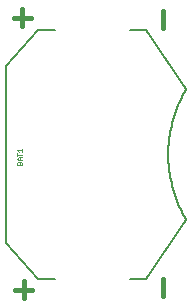
<source format=gbr>
G04 EAGLE Gerber RS-274X export*
G75*
%MOMM*%
%FSLAX34Y34*%
%LPD*%
%INSilkscreen Top*%
%IPPOS*%
%AMOC8*
5,1,8,0,0,1.08239X$1,22.5*%
G01*
%ADD10C,0.381000*%
%ADD11C,0.203200*%
%ADD12C,0.025400*%


D10*
X-58429Y-121813D02*
X-58429Y-107407D01*
X-65632Y-114610D02*
X-51226Y-114610D01*
X59681Y-120015D02*
X59681Y-105609D01*
X-59699Y108585D02*
X-59699Y122991D01*
X-66902Y115788D02*
X-52496Y115788D01*
X59681Y121193D02*
X59681Y106787D01*
D11*
X-73500Y75000D02*
X-73500Y-75000D01*
X-46500Y-105500D01*
X-73500Y75000D02*
X-46500Y105500D01*
X45500Y105500D02*
X79500Y55500D01*
X78183Y53266D01*
X76921Y51001D01*
X75714Y48706D01*
X74563Y46383D01*
X73469Y44032D01*
X72432Y41656D01*
X71452Y39255D01*
X70531Y36831D01*
X69669Y34386D01*
X68867Y31920D01*
X68124Y29436D01*
X67442Y26934D01*
X66820Y24417D01*
X66260Y21885D01*
X65761Y19341D01*
X65323Y16785D01*
X64948Y14219D01*
X64635Y11645D01*
X64384Y9065D01*
X64196Y6479D01*
X64071Y3889D01*
X64008Y1296D01*
X64008Y-1296D01*
X64071Y-3889D01*
X64196Y-6479D01*
X64384Y-9065D01*
X64635Y-11645D01*
X64948Y-14219D01*
X65323Y-16785D01*
X65761Y-19341D01*
X66260Y-21885D01*
X66820Y-24417D01*
X67442Y-26934D01*
X68124Y-29436D01*
X68867Y-31920D01*
X69669Y-34386D01*
X70531Y-36831D01*
X71452Y-39255D01*
X72432Y-41656D01*
X73469Y-44032D01*
X74563Y-46383D01*
X75714Y-48706D01*
X76921Y-51001D01*
X78183Y-53266D01*
X79500Y-55500D01*
X45500Y-105500D01*
X-32000Y105500D02*
X-46500Y105500D01*
X-46500Y-105500D02*
X-32000Y-105500D01*
X32000Y-105500D02*
X45500Y-105500D01*
X45500Y105500D02*
X32000Y105500D01*
D12*
X-59817Y-8763D02*
X-63630Y-8763D01*
X-63630Y-6856D01*
X-62995Y-6221D01*
X-62359Y-6221D01*
X-61724Y-6856D01*
X-61088Y-6221D01*
X-60453Y-6221D01*
X-59817Y-6856D01*
X-59817Y-8763D01*
X-61724Y-8763D02*
X-61724Y-6856D01*
X-62359Y-5021D02*
X-59817Y-5021D01*
X-62359Y-5021D02*
X-63630Y-3750D01*
X-62359Y-2479D01*
X-59817Y-2479D01*
X-61724Y-2479D02*
X-61724Y-5021D01*
X-59817Y-8D02*
X-63630Y-8D01*
X-63630Y-1279D02*
X-63630Y1263D01*
X-62359Y2463D02*
X-63630Y3734D01*
X-59817Y3734D01*
X-59817Y2463D02*
X-59817Y5005D01*
M02*

</source>
